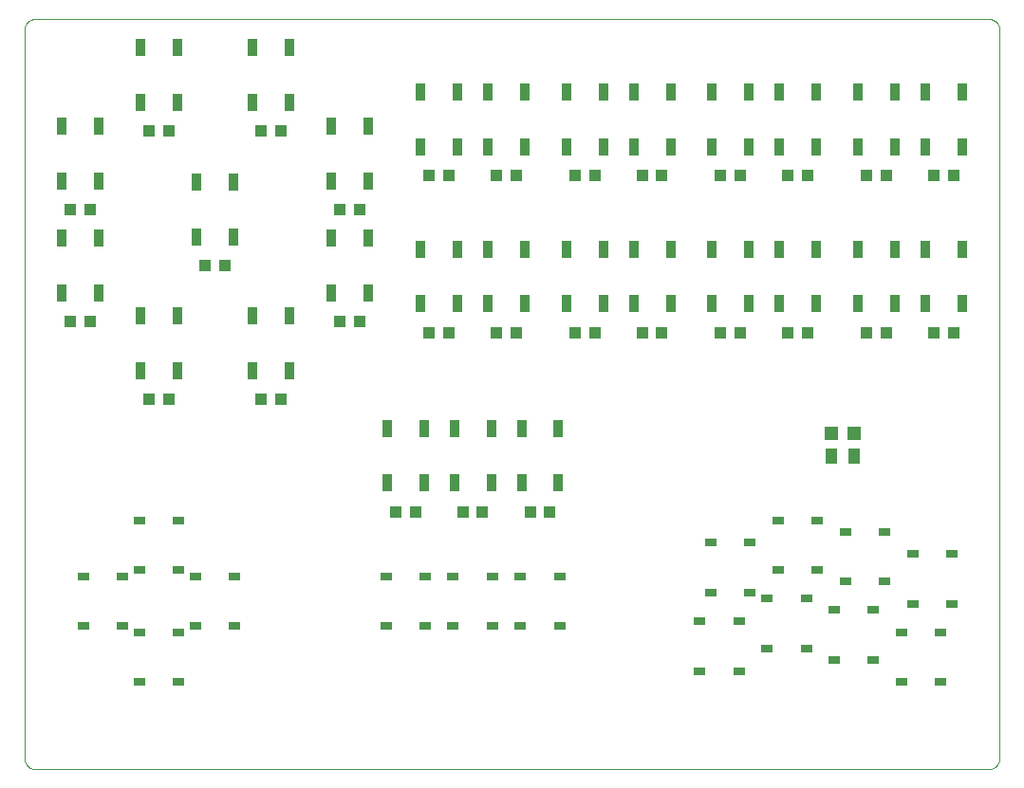
<source format=gtp>
G75*
%MOIN*%
%OFA0B0*%
%FSLAX25Y25*%
%IPPOS*%
%LPD*%
%AMOC8*
5,1,8,0,0,1.08239X$1,22.5*
%
%ADD10C,0.00000*%
%ADD11R,0.04134X0.04252*%
%ADD12R,0.03543X0.05906*%
%ADD13R,0.04331X0.02756*%
%ADD14R,0.04724X0.04724*%
%ADD15R,0.04331X0.05512*%
D10*
X0005737Y0001800D02*
X0340383Y0001800D01*
X0340507Y0001802D01*
X0340630Y0001808D01*
X0340754Y0001817D01*
X0340876Y0001831D01*
X0340999Y0001848D01*
X0341121Y0001870D01*
X0341242Y0001895D01*
X0341362Y0001924D01*
X0341481Y0001956D01*
X0341600Y0001993D01*
X0341717Y0002033D01*
X0341832Y0002076D01*
X0341947Y0002124D01*
X0342059Y0002175D01*
X0342170Y0002229D01*
X0342280Y0002287D01*
X0342387Y0002348D01*
X0342493Y0002413D01*
X0342596Y0002481D01*
X0342697Y0002552D01*
X0342796Y0002626D01*
X0342893Y0002703D01*
X0342987Y0002784D01*
X0343078Y0002867D01*
X0343167Y0002953D01*
X0343253Y0003042D01*
X0343336Y0003133D01*
X0343417Y0003227D01*
X0343494Y0003324D01*
X0343568Y0003423D01*
X0343639Y0003524D01*
X0343707Y0003627D01*
X0343772Y0003733D01*
X0343833Y0003840D01*
X0343891Y0003950D01*
X0343945Y0004061D01*
X0343996Y0004173D01*
X0344044Y0004288D01*
X0344087Y0004403D01*
X0344127Y0004520D01*
X0344164Y0004639D01*
X0344196Y0004758D01*
X0344225Y0004878D01*
X0344250Y0004999D01*
X0344272Y0005121D01*
X0344289Y0005244D01*
X0344303Y0005366D01*
X0344312Y0005490D01*
X0344318Y0005613D01*
X0344320Y0005737D01*
X0344320Y0261643D01*
X0344318Y0261767D01*
X0344312Y0261890D01*
X0344303Y0262014D01*
X0344289Y0262136D01*
X0344272Y0262259D01*
X0344250Y0262381D01*
X0344225Y0262502D01*
X0344196Y0262622D01*
X0344164Y0262741D01*
X0344127Y0262860D01*
X0344087Y0262977D01*
X0344044Y0263092D01*
X0343996Y0263207D01*
X0343945Y0263319D01*
X0343891Y0263430D01*
X0343833Y0263540D01*
X0343772Y0263647D01*
X0343707Y0263753D01*
X0343639Y0263856D01*
X0343568Y0263957D01*
X0343494Y0264056D01*
X0343417Y0264153D01*
X0343336Y0264247D01*
X0343253Y0264338D01*
X0343167Y0264427D01*
X0343078Y0264513D01*
X0342987Y0264596D01*
X0342893Y0264677D01*
X0342796Y0264754D01*
X0342697Y0264828D01*
X0342596Y0264899D01*
X0342493Y0264967D01*
X0342387Y0265032D01*
X0342280Y0265093D01*
X0342170Y0265151D01*
X0342059Y0265205D01*
X0341947Y0265256D01*
X0341832Y0265304D01*
X0341717Y0265347D01*
X0341600Y0265387D01*
X0341481Y0265424D01*
X0341362Y0265456D01*
X0341242Y0265485D01*
X0341121Y0265510D01*
X0340999Y0265532D01*
X0340876Y0265549D01*
X0340754Y0265563D01*
X0340630Y0265572D01*
X0340507Y0265578D01*
X0340383Y0265580D01*
X0005737Y0265580D01*
X0005613Y0265578D01*
X0005490Y0265572D01*
X0005366Y0265563D01*
X0005244Y0265549D01*
X0005121Y0265532D01*
X0004999Y0265510D01*
X0004878Y0265485D01*
X0004758Y0265456D01*
X0004639Y0265424D01*
X0004520Y0265387D01*
X0004403Y0265347D01*
X0004288Y0265304D01*
X0004173Y0265256D01*
X0004061Y0265205D01*
X0003950Y0265151D01*
X0003840Y0265093D01*
X0003733Y0265032D01*
X0003627Y0264967D01*
X0003524Y0264899D01*
X0003423Y0264828D01*
X0003324Y0264754D01*
X0003227Y0264677D01*
X0003133Y0264596D01*
X0003042Y0264513D01*
X0002953Y0264427D01*
X0002867Y0264338D01*
X0002784Y0264247D01*
X0002703Y0264153D01*
X0002626Y0264056D01*
X0002552Y0263957D01*
X0002481Y0263856D01*
X0002413Y0263753D01*
X0002348Y0263647D01*
X0002287Y0263540D01*
X0002229Y0263430D01*
X0002175Y0263319D01*
X0002124Y0263207D01*
X0002076Y0263092D01*
X0002033Y0262977D01*
X0001993Y0262860D01*
X0001956Y0262741D01*
X0001924Y0262622D01*
X0001895Y0262502D01*
X0001870Y0262381D01*
X0001848Y0262259D01*
X0001831Y0262136D01*
X0001817Y0262014D01*
X0001808Y0261890D01*
X0001802Y0261767D01*
X0001800Y0261643D01*
X0001800Y0005737D01*
X0001802Y0005613D01*
X0001808Y0005490D01*
X0001817Y0005366D01*
X0001831Y0005244D01*
X0001848Y0005121D01*
X0001870Y0004999D01*
X0001895Y0004878D01*
X0001924Y0004758D01*
X0001956Y0004639D01*
X0001993Y0004520D01*
X0002033Y0004403D01*
X0002076Y0004288D01*
X0002124Y0004173D01*
X0002175Y0004061D01*
X0002229Y0003950D01*
X0002287Y0003840D01*
X0002348Y0003733D01*
X0002413Y0003627D01*
X0002481Y0003524D01*
X0002552Y0003423D01*
X0002626Y0003324D01*
X0002703Y0003227D01*
X0002784Y0003133D01*
X0002867Y0003042D01*
X0002953Y0002953D01*
X0003042Y0002867D01*
X0003133Y0002784D01*
X0003227Y0002703D01*
X0003324Y0002626D01*
X0003423Y0002552D01*
X0003524Y0002481D01*
X0003627Y0002413D01*
X0003733Y0002348D01*
X0003840Y0002287D01*
X0003950Y0002229D01*
X0004061Y0002175D01*
X0004173Y0002124D01*
X0004288Y0002076D01*
X0004403Y0002033D01*
X0004520Y0001993D01*
X0004639Y0001956D01*
X0004758Y0001924D01*
X0004878Y0001895D01*
X0004999Y0001870D01*
X0005121Y0001848D01*
X0005244Y0001831D01*
X0005366Y0001817D01*
X0005490Y0001808D01*
X0005613Y0001802D01*
X0005737Y0001800D01*
D11*
X0132213Y0092351D03*
X0139103Y0092351D03*
X0155835Y0092351D03*
X0162725Y0092351D03*
X0179457Y0092351D03*
X0186347Y0092351D03*
X0195206Y0155343D03*
X0202095Y0155343D03*
X0218828Y0155343D03*
X0225717Y0155343D03*
X0246387Y0155343D03*
X0253276Y0155343D03*
X0270009Y0155343D03*
X0276898Y0155343D03*
X0297568Y0155343D03*
X0304457Y0155343D03*
X0321190Y0155343D03*
X0328080Y0155343D03*
X0328080Y0210461D03*
X0321190Y0210461D03*
X0304457Y0210461D03*
X0297568Y0210461D03*
X0276898Y0210461D03*
X0270009Y0210461D03*
X0253276Y0210461D03*
X0246387Y0210461D03*
X0225717Y0210461D03*
X0218828Y0210461D03*
X0202095Y0210461D03*
X0195206Y0210461D03*
X0174536Y0210461D03*
X0167646Y0210461D03*
X0150914Y0210461D03*
X0144024Y0210461D03*
X0119418Y0198650D03*
X0112528Y0198650D03*
X0091859Y0226209D03*
X0084969Y0226209D03*
X0052489Y0226209D03*
X0045599Y0226209D03*
X0024930Y0198650D03*
X0018040Y0198650D03*
X0065284Y0178965D03*
X0072174Y0178965D03*
X0112528Y0159280D03*
X0119418Y0159280D03*
X0144024Y0155343D03*
X0150914Y0155343D03*
X0167646Y0155343D03*
X0174536Y0155343D03*
X0091859Y0131721D03*
X0084969Y0131721D03*
X0052489Y0131721D03*
X0045599Y0131721D03*
X0024930Y0159280D03*
X0018040Y0159280D03*
D12*
X0014989Y0169320D03*
X0027981Y0169320D03*
X0042548Y0161052D03*
X0055540Y0161052D03*
X0055540Y0141761D03*
X0042548Y0141761D03*
X0081918Y0141761D03*
X0094910Y0141761D03*
X0094910Y0161052D03*
X0081918Y0161052D03*
X0109477Y0169320D03*
X0122469Y0169320D03*
X0140973Y0165383D03*
X0153965Y0165383D03*
X0164595Y0165383D03*
X0177587Y0165383D03*
X0192154Y0165383D03*
X0205146Y0165383D03*
X0215776Y0165383D03*
X0228769Y0165383D03*
X0243335Y0165383D03*
X0256328Y0165383D03*
X0266957Y0165383D03*
X0279950Y0165383D03*
X0294517Y0165383D03*
X0307509Y0165383D03*
X0318139Y0165383D03*
X0331131Y0165383D03*
X0331131Y0184674D03*
X0318139Y0184674D03*
X0307509Y0184674D03*
X0294517Y0184674D03*
X0279950Y0184674D03*
X0266957Y0184674D03*
X0256328Y0184674D03*
X0243335Y0184674D03*
X0228769Y0184674D03*
X0215776Y0184674D03*
X0205146Y0184674D03*
X0192154Y0184674D03*
X0177587Y0184674D03*
X0164595Y0184674D03*
X0153965Y0184674D03*
X0140973Y0184674D03*
X0122469Y0188611D03*
X0109477Y0188611D03*
X0109477Y0208690D03*
X0122469Y0208690D03*
X0140973Y0220501D03*
X0153965Y0220501D03*
X0164595Y0220501D03*
X0177587Y0220501D03*
X0192154Y0220501D03*
X0205146Y0220501D03*
X0215776Y0220501D03*
X0228769Y0220501D03*
X0243335Y0220501D03*
X0256328Y0220501D03*
X0266957Y0220501D03*
X0279950Y0220501D03*
X0294517Y0220501D03*
X0307509Y0220501D03*
X0318139Y0220501D03*
X0331131Y0220501D03*
X0331131Y0239792D03*
X0318139Y0239792D03*
X0307509Y0239792D03*
X0294517Y0239792D03*
X0279950Y0239792D03*
X0266957Y0239792D03*
X0256328Y0239792D03*
X0243335Y0239792D03*
X0228769Y0239792D03*
X0215776Y0239792D03*
X0205146Y0239792D03*
X0192154Y0239792D03*
X0177587Y0239792D03*
X0164595Y0239792D03*
X0153965Y0239792D03*
X0140973Y0239792D03*
X0122469Y0227981D03*
X0109477Y0227981D03*
X0094910Y0236249D03*
X0081918Y0236249D03*
X0081918Y0255540D03*
X0094910Y0255540D03*
X0055540Y0255540D03*
X0042548Y0255540D03*
X0042548Y0236249D03*
X0055540Y0236249D03*
X0027981Y0227981D03*
X0014989Y0227981D03*
X0014989Y0208690D03*
X0027981Y0208690D03*
X0027981Y0188611D03*
X0014989Y0188611D03*
X0062233Y0189005D03*
X0075225Y0189005D03*
X0075225Y0208296D03*
X0062233Y0208296D03*
X0129162Y0121682D03*
X0142154Y0121682D03*
X0152784Y0121682D03*
X0165776Y0121682D03*
X0176406Y0121682D03*
X0189398Y0121682D03*
X0189398Y0102391D03*
X0176406Y0102391D03*
X0165776Y0102391D03*
X0152784Y0102391D03*
X0142154Y0102391D03*
X0129162Y0102391D03*
D13*
X0128769Y0069615D03*
X0142548Y0069615D03*
X0152391Y0069615D03*
X0166170Y0069615D03*
X0176013Y0069615D03*
X0189792Y0069615D03*
X0189792Y0052095D03*
X0176013Y0052095D03*
X0166170Y0052095D03*
X0152391Y0052095D03*
X0142548Y0052095D03*
X0128769Y0052095D03*
X0075619Y0052095D03*
X0061839Y0052095D03*
X0055934Y0049930D03*
X0042154Y0049930D03*
X0036249Y0052095D03*
X0022469Y0052095D03*
X0022469Y0069615D03*
X0036249Y0069615D03*
X0042154Y0071780D03*
X0055934Y0071780D03*
X0061839Y0069615D03*
X0075619Y0069615D03*
X0055934Y0089300D03*
X0042154Y0089300D03*
X0042154Y0032410D03*
X0055934Y0032410D03*
X0239005Y0036347D03*
X0252784Y0036347D03*
X0262627Y0044221D03*
X0276406Y0044221D03*
X0286249Y0040284D03*
X0300028Y0040284D03*
X0309871Y0032410D03*
X0323650Y0032410D03*
X0323650Y0049930D03*
X0327587Y0059969D03*
X0313808Y0059969D03*
X0303965Y0067843D03*
X0313808Y0077489D03*
X0303965Y0085363D03*
X0290186Y0085363D03*
X0280343Y0089300D03*
X0266564Y0089300D03*
X0256721Y0081426D03*
X0242942Y0081426D03*
X0242942Y0063906D03*
X0239005Y0053867D03*
X0252784Y0053867D03*
X0256721Y0063906D03*
X0262627Y0061741D03*
X0266564Y0071780D03*
X0280343Y0071780D03*
X0290186Y0067843D03*
X0286249Y0057804D03*
X0276406Y0061741D03*
X0300028Y0057804D03*
X0309871Y0049930D03*
X0327587Y0077489D03*
D14*
X0293335Y0119910D03*
X0285068Y0119910D03*
D15*
X0285265Y0112036D03*
X0293139Y0112036D03*
M02*

</source>
